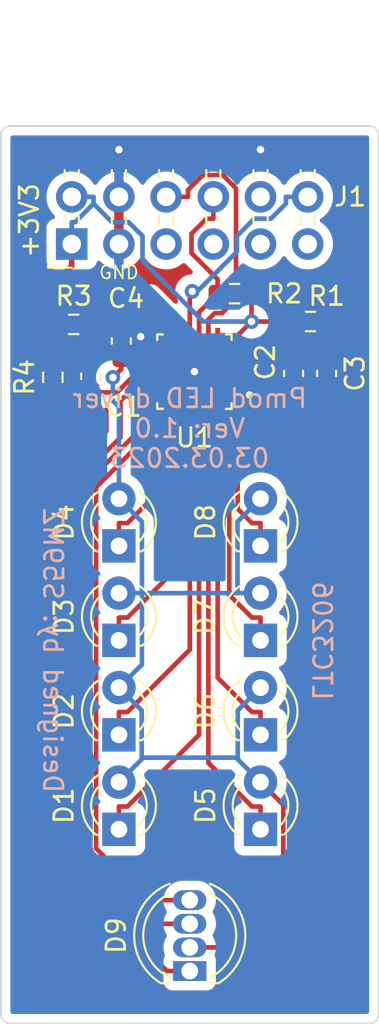
<source format=kicad_pcb>
(kicad_pcb (version 20211014) (generator pcbnew)
  (layers (0 "F.Cu" signal) (31 "B.Cu" signal) (34 "B.Paste" user) (35 "F.Paste" user) (36 "B.SilkS" user "B.Silkscreen") (37 "F.SilkS" user "F.Silkscreen") (38 "B.Mask" user) (39 "F.Mask" user) (44 "Edge.Cuts" user))
  (net 0 "")
  (net 1 "+3V3")
  (net 2 "GND")
  (net 3 "Net-(C2-Pad1)")
  (net 4 "Net-(C2-Pad2)")
  (net 5 "Net-(C3-Pad1)")
  (net 6 "Net-(C3-Pad2)")
  (net 7 "Net-(C4-Pad1)")
  (net 8 "Net-(D1-Pad1)")
  (net 9 "Net-(D2-Pad1)")
  (net 10 "Net-(D3-Pad1)")
  (net 11 "Net-(D4-Pad1)")
  (net 12 "Net-(D5-Pad1)")
  (net 13 "Net-(D6-Pad1)")
  (net 14 "Net-(D7-Pad1)")
  (net 15 "Net-(D8-Pad1)")
  (net 16 "Net-(D9-Pad1)")
  (net 17 "Net-(D9-Pad3)")
  (net 18 "Net-(D9-Pad4)")
  (net 22 "/scl")
  (net 24 "/sda")
  (net 26 "/enrgb")
  (net 27 "Net-(R3-Pad1)")
  (net 28 "Net-(R4-Pad1)")
  (footprint "Resistor_SMD:R_0603_1608Metric_Pad0.98x0.95mm_HandSolder" (layer "F.Cu") (at 94.1305 52.4245)
    (fp_text reference "R1" (at 0.8655 -1.3705) (layer "F.SilkS"))
    (fp_text value "10k")
    (fp_line (start -0.254724 -0.5225) (end 0.254724 -0.5225) (layer "F.SilkS") (width 0.12))
    (fp_line (start -0.254724 0.5225) (end 0.254724 0.5225) (layer "F.SilkS") (width 0.12))
    (pad "1" smd roundrect (at -0.9125 0) (size 0.975 0.95) (layers "F.Cu" "F.Paste" "F.Mask") (net 1 "+3V3"))
    (pad "2" smd roundrect (at 0.9125 0) (size 0.975 0.95) (layers "F.Cu" "F.Paste" "F.Mask") (net 24 "/sda"))
  )
  (footprint "Resistor_SMD:R_0603_1608Metric_Pad0.98x0.95mm_HandSolder" (layer "F.Cu") (at 80.264 55.425 -90)
    (fp_text reference "R4" (at 0 1.524 90) (layer "F.SilkS"))
    (fp_text value "12k")
    (fp_line (start -0.254724 0.5225) (end 0.254724 0.5225) (layer "F.SilkS") (width 0.12))
    (fp_line (start -0.254724 -0.5225) (end 0.254724 -0.5225) (layer "F.SilkS") (width 0.12))
    (pad "1" smd roundrect (at -0.9125 0 270) (size 0.975 0.95) (layers "F.Cu" "F.Paste" "F.Mask") (net 28 "Net-(R4-Pad1)"))
    (pad "2" smd roundrect (at 0.9125 0 270) (size 0.975 0.95) (layers "F.Cu" "F.Paste" "F.Mask") (net 2 "GND"))
  )
  (footprint "LED_THT:LED_D3.0mm" (layer "F.Cu") (at 91.44 79.73 90)
    (fp_text reference "D5" (at 1.27 -2.96 90) (layer "F.SilkS"))
    (fp_text value "LED")
    (fp_line (start -0.29 1.08) (end -0.29 1.236) (layer "F.SilkS") (width 0.12))
    (fp_line (start -0.29 -1.236) (end -0.29 -1.08) (layer "F.SilkS") (width 0.12))
    (fp_arc (start 0.229039 -1.08) (mid 1.270117 -1.5) (end 2.31113 -1.079837) (layer "F.SilkS") (width 0.12))
    (fp_arc (start -0.29 -1.235516) (mid 1.366487 -1.987659) (end 2.942335 -1.078608) (layer "F.SilkS") (width 0.12))
    (fp_arc (start 2.942335 1.078608) (mid 1.366487 1.987659) (end -0.29 1.235516) (layer "F.SilkS") (width 0.12))
    (fp_arc (start 2.31113 1.079837) (mid 1.270117 1.5) (end 0.229039 1.08) (layer "F.SilkS") (width 0.12))
    (pad "1" thru_hole rect (at 0 0 90) (size 1.8 1.8) (drill 0.9) (layers *.Cu *.Mask) (net 12 "Net-(D5-Pad1)"))
    (pad "2" thru_hole circle (at 2.54 0 90) (size 1.8 1.8) (drill 0.9) (layers *.Cu *.Mask) (net 7 "Net-(C4-Pad1)"))
  )
  (footprint "Capacitor_SMD:C_0603_1608Metric_Pad1.08x0.95mm_HandSolder" (layer "F.Cu") (at 82.296 55.372 90)
    (fp_text reference "C1" (at -1.651 1.778) (layer "F.SilkS"))
    (fp_text value "2u2")
    (fp_line (start -0.146267 -0.51) (end 0.146267 -0.51) (layer "F.SilkS") (width 0.12))
    (fp_line (start -0.146267 0.51) (end 0.146267 0.51) (layer "F.SilkS") (width 0.12))
    (pad "1" smd roundrect (at -0.8625 0 90) (size 1.075 0.95) (layers "F.Cu" "F.Paste" "F.Mask") (net 1 "+3V3"))
    (pad "2" smd roundrect (at 0.8625 0 90) (size 1.075 0.95) (layers "F.Cu" "F.Paste" "F.Mask") (net 2 "GND"))
  )
  (footprint "LED_THT:LED_D3.0mm_Clear" (layer "F.Cu") (at 83.82 64.49 90)
    (fp_text reference "D4" (at 1.27 -2.96 90) (layer "F.SilkS"))
    (fp_text value "LED")
    (fp_line (start -0.29 -1.236) (end -0.29 -1.08) (layer "F.SilkS") (width 0.12))
    (fp_line (start -0.29 1.08) (end -0.29 1.236) (layer "F.SilkS") (width 0.12))
    (fp_arc (start 0.229039 -1.08) (mid 1.270117 -1.5) (end 2.31113 -1.079837) (layer "F.SilkS") (width 0.12))
    (fp_arc (start 2.31113 1.079837) (mid 1.270117 1.5) (end 0.229039 1.08) (layer "F.SilkS") (width 0.12))
    (fp_arc (start -0.29 -1.235516) (mid 1.366487 -1.987659) (end 2.942335 -1.078608) (layer "F.SilkS") (width 0.12))
    (fp_arc (start 2.942335 1.078608) (mid 1.366487 1.987659) (end -0.29 1.235516) (layer "F.SilkS") (width 0.12))
    (pad "1" thru_hole rect (at 0 0 90) (size 1.8 1.8) (drill 0.9) (layers *.Cu *.Mask) (net 11 "Net-(D4-Pad1)"))
    (pad "2" thru_hole circle (at 2.54 0 90) (size 1.8 1.8) (drill 0.9) (layers *.Cu *.Mask) (net 7 "Net-(C4-Pad1)"))
  )
  (footprint "LED_THT:LED_D3.0mm_Clear" (layer "F.Cu") (at 83.82 69.57 90)
    (fp_text reference "D3" (at 1.27 -2.96 90) (layer "F.SilkS"))
    (fp_text value "LED")
    (fp_line (start -0.29 1.08) (end -0.29 1.236) (layer "F.SilkS") (width 0.12))
    (fp_line (start -0.29 -1.236) (end -0.29 -1.08) (layer "F.SilkS") (width 0.12))
    (fp_arc (start 0.229039 -1.08) (mid 1.270117 -1.5) (end 2.31113 -1.079837) (layer "F.SilkS") (width 0.12))
    (fp_arc (start 2.942335 1.078608) (mid 1.366487 1.987659) (end -0.29 1.235516) (layer "F.SilkS") (width 0.12))
    (fp_arc (start -0.29 -1.235516) (mid 1.366487 -1.987659) (end 2.942335 -1.078608) (layer "F.SilkS") (width 0.12))
    (fp_arc (start 2.31113 1.079837) (mid 1.270117 1.5) (end 0.229039 1.08) (layer "F.SilkS") (width 0.12))
    (pad "1" thru_hole rect (at 0 0 90) (size 1.8 1.8) (drill 0.9) (layers *.Cu *.Mask) (net 10 "Net-(D3-Pad1)"))
    (pad "2" thru_hole circle (at 2.54 0 90) (size 1.8 1.8) (drill 0.9) (layers *.Cu *.Mask) (net 7 "Net-(C4-Pad1)"))
  )
  (footprint "LED_THT:LED_D3.0mm" (layer "F.Cu") (at 91.44 74.65 90)
    (fp_text reference "D6" (at 1.27 -2.96 90) (layer "F.SilkS"))
    (fp_text value "LED")
    (fp_line (start -0.29 1.08) (end -0.29 1.236) (layer "F.SilkS") (width 0.12))
    (fp_line (start -0.29 -1.236) (end -0.29 -1.08) (layer "F.SilkS") (width 0.12))
    (fp_arc (start -0.29 -1.235516) (mid 1.366487 -1.987659) (end 2.942335 -1.078608) (layer "F.SilkS") (width 0.12))
    (fp_arc (start 0.229039 -1.08) (mid 1.270117 -1.5) (end 2.31113 -1.079837) (layer "F.SilkS") (width 0.12))
    (fp_arc (start 2.31113 1.079837) (mid 1.270117 1.5) (end 0.229039 1.08) (layer "F.SilkS") (width 0.12))
    (fp_arc (start 2.942335 1.078608) (mid 1.366487 1.987659) (end -0.29 1.235516) (layer "F.SilkS") (width 0.12))
    (pad "1" thru_hole rect (at 0 0 90) (size 1.8 1.8) (drill 0.9) (layers *.Cu *.Mask) (net 13 "Net-(D6-Pad1)"))
    (pad "2" thru_hole circle (at 2.54 0 90) (size 1.8 1.8) (drill 0.9) (layers *.Cu *.Mask) (net 7 "Net-(C4-Pad1)"))
  )
  (footprint "LED_THT:LED_D3.0mm_Clear" (layer "F.Cu") (at 83.82 74.65 90)
    (fp_text reference "D2" (at 1.27 -2.96 90) (layer "F.SilkS"))
    (fp_text value "LED")
    (fp_line (start -0.29 -1.236) (end -0.29 -1.08) (layer "F.SilkS") (width 0.12))
    (fp_line (start -0.29 1.08) (end -0.29 1.236) (layer "F.SilkS") (width 0.12))
    (fp_arc (start -0.29 -1.235516) (mid 1.366487 -1.987659) (end 2.942335 -1.078608) (layer "F.SilkS") (width 0.12))
    (fp_arc (start 0.229039 -1.08) (mid 1.270117 -1.5) (end 2.31113 -1.079837) (layer "F.SilkS") (width 0.12))
    (fp_arc (start 2.942335 1.078608) (mid 1.366487 1.987659) (end -0.29 1.235516) (layer "F.SilkS") (width 0.12))
    (fp_arc (start 2.31113 1.079837) (mid 1.270117 1.5) (end 0.229039 1.08) (layer "F.SilkS") (width 0.12))
    (pad "1" thru_hole rect (at 0 0 90) (size 1.8 1.8) (drill 0.9) (layers *.Cu *.Mask) (net 9 "Net-(D2-Pad1)"))
    (pad "2" thru_hole circle (at 2.54 0 90) (size 1.8 1.8) (drill 0.9) (layers *.Cu *.Mask) (net 7 "Net-(C4-Pad1)"))
  )
  (footprint "LED_THT:LED_D3.0mm_Clear" (layer "F.Cu") (at 83.82 79.73 90)
    (fp_text reference "D1" (at 1.27 -2.96 90) (layer "F.SilkS"))
    (fp_text value "LED")
    (fp_line (start -0.29 1.08) (end -0.29 1.236) (layer "F.SilkS") (width 0.12))
    (fp_line (start -0.29 -1.236) (end -0.29 -1.08) (layer "F.SilkS") (width 0.12))
    (fp_arc (start 2.31113 1.079837) (mid 1.270117 1.5) (end 0.229039 1.08) (layer "F.SilkS") (width 0.12))
    (fp_arc (start -0.29 -1.235516) (mid 1.366487 -1.987659) (end 2.942335 -1.078608) (layer "F.SilkS") (width 0.12))
    (fp_arc (start 2.942335 1.078608) (mid 1.366487 1.987659) (end -0.29 1.235516) (layer "F.SilkS") (width 0.12))
    (fp_arc (start 0.229039 -1.08) (mid 1.270117 -1.5) (end 2.31113 -1.079837) (layer "F.SilkS") (width 0.12))
    (pad "1" thru_hole rect (at 0 0 90) (size 1.8 1.8) (drill 0.9) (layers *.Cu *.Mask) (net 8 "Net-(D1-Pad1)"))
    (pad "2" thru_hole circle (at 2.54 0 90) (size 1.8 1.8) (drill 0.9) (layers *.Cu *.Mask) (net 7 "Net-(C4-Pad1)"))
  )
  (footprint "LED_THT:LED_D3.0mm" (layer "F.Cu") (at 91.44 69.57 90)
    (fp_text reference "D7" (at 1.27 -2.96 90) (layer "F.SilkS"))
    (fp_text value "LED")
    (fp_line (start -0.29 -1.236) (end -0.29 -1.08) (layer "F.SilkS") (width 0.12))
    (fp_line (start -0.29 1.08) (end -0.29 1.236) (layer "F.SilkS") (width 0.12))
    (fp_arc (start -0.29 -1.235516) (mid 1.366487 -1.987659) (end 2.942335 -1.078608) (layer "F.SilkS") (width 0.12))
    (fp_arc (start 2.942335 1.078608) (mid 1.366487 1.987659) (end -0.29 1.235516) (layer "F.SilkS") (width 0.12))
    (fp_arc (start 2.31113 1.079837) (mid 1.270117 1.5) (end 0.229039 1.08) (layer "F.SilkS") (width 0.12))
    (fp_arc (start 0.229039 -1.08) (mid 1.270117 -1.5) (end 2.31113 -1.079837) (layer "F.SilkS") (width 0.12))
    (pad "1" thru_hole rect (at 0 0 90) (size 1.8 1.8) (drill 0.9) (layers *.Cu *.Mask) (net 14 "Net-(D7-Pad1)"))
    (pad "2" thru_hole circle (at 2.54 0 90) (size 1.8 1.8) (drill 0.9) (layers *.Cu *.Mask) (net 7 "Net-(C4-Pad1)"))
  )
  (footprint "Components:QFN-24" (layer "F.Cu") (at 87.884 55.118 180)
    (fp_text reference "U1" (at 0 -3.556) (layer "F.SilkS"))
    (fp_text value "LTC3206")
    (fp_line (start -2 2) (end -1.7 2) (layer "F.SilkS") (width 0.127))
    (fp_line (start -2 -2) (end -1.7 -2) (layer "F.SilkS") (width 0.127))
    (fp_line (start -2 2) (end -2 1.7) (layer "F.SilkS") (width 0.127))
    (fp_line (start 2 2) (end 2 1.7) (layer "F.SilkS") (width 0.127))
    (fp_line (start -2 -2) (end -2 -1.7) (layer "F.SilkS") (width 0.127))
    (fp_line (start 2 2) (end 1.7 2) (layer "F.SilkS") (width 0.127))
    (fp_line (start 2 -2) (end 1.7 -2) (layer "F.SilkS") (width 0.127))
    (fp_line (start 2 -2) (end 2 -1.7) (layer "F.SilkS") (width 0.127))
    (fp_circle (center -2.96 -1.25) (end -2.86 -1.25) (layer "F.SilkS") (width 0.2) (fill none))
    (pad "1" smd roundrect (at -1.95 -1.25 180) (size 0.81 0.26) (layers "F.Cu" "F.Paste" "F.Mask") (roundrect_rratio 0.03) (net 14 "Net-(D7-Pad1)"))
    (pad "2" smd roundrect (at -1.95 -0.75 180) (size 0.81 0.26) (layers "F.Cu" "F.Paste" "F.Mask") (roundrect_rratio 0.03) (net 15 "Net-(D8-Pad1)"))
    (pad "3" smd roundrect (at -1.95 -0.25 180) (size 0.81 0.26) (layers "F.Cu" "F.Paste" "F.Mask") (roundrect_rratio 0.03) (net 5 "Net-(C3-Pad1)"))
    (pad "4" smd roundrect (at -1.95 0.25 180) (size 0.81 0.26) (layers "F.Cu" "F.Paste" "F.Mask") (roundrect_rratio 0.03) (net 3 "Net-(C2-Pad1)"))
    (pad "5" smd roundrect (at -1.95 0.75 180) (size 0.81 0.26) (layers "F.Cu" "F.Paste" "F.Mask") (roundrect_rratio 0.03) (net 4 "Net-(C2-Pad2)"))
    (pad "6" smd roundrect (at -1.95 1.25 180) (size 0.81 0.26) (layers "F.Cu" "F.Paste" "F.Mask") (roundrect_rratio 0.03) (net 6 "Net-(C3-Pad2)"))
    (pad "7" smd roundrect (at -1.25 1.95 270) (size 0.81 0.26) (layers "F.Cu" "F.Paste" "F.Mask") (roundrect_rratio 0.03) (net 1 "+3V3"))
    (pad "8" smd roundrect (at -0.75 1.95 270) (size 0.81 0.26) (layers "F.Cu" "F.Paste" "F.Mask") (roundrect_rratio 0.03) (net 24 "/sda"))
    (pad "9" smd roundrect (at -0.25 1.95 270) (size 0.81 0.26) (layers "F.Cu" "F.Paste" "F.Mask") (roundrect_rratio 0.03) (net 22 "/scl"))
    (pad "10" smd roundrect (at 0.25 1.95 270) (size 0.81 0.26) (layers "F.Cu" "F.Paste" "F.Mask") (roundrect_rratio 0.03) (net 26 "/enrgb"))
    (pad "11" smd roundrect (at 0.75 1.95 270) (size 0.81 0.26) (layers "F.Cu" "F.Paste" "F.Mask") (roundrect_rratio 0.03) (net 28 "Net-(R4-Pad1)"))
    (pad "12" smd roundrect (at 1.25 1.95 270) (size 0.81 0.26) (layers "F.Cu" "F.Paste" "F.Mask") (roundrect_rratio 0.03) (net 27 "Net-(R3-Pad1)"))
    (pad "13" smd roundrect (at 1.95 1.25 180) (size 0.81 0.26) (layers "F.Cu" "F.Paste" "F.Mask") (roundrect_rratio 0.03) (net 2 "GND"))
    (pad "14" smd roundrect (at 1.95 0.75 180) (size 0.81 0.26) (layers "F.Cu" "F.Paste" "F.Mask") (roundrect_rratio 0.03) (net 7 "Net-(C4-Pad1)"))
    (pad "15" smd roundrect (at 1.95 0.25 180) (size 0.81 0.26) (layers "F.Cu" "F.Paste" "F.Mask") (roundrect_rratio 0.03) (net 1 "+3V3"))
    (pad "16" smd roundrect (at 1.95 -0.25 180) (size 0.81 0.26) (layers "F.Cu" "F.Paste" "F.Mask") (roundrect_rratio 0.03) (net 16 "Net-(D9-Pad1)"))
    (pad "17" smd roundrect (at 1.95 -0.75 180) (size 0.81 0.26) (layers "F.Cu" "F.Paste" "F.Mask") (roundrect_rratio 0.03) (net 17 "Net-(D9-Pad3)"))
    (pad "18" smd roundrect (at 1.95 -1.25 180) (size 0.81 0.26) (layers "F.Cu" "F.Paste" "F.Mask") (roundrect_rratio 0.03) (net 18 "Net-(D9-Pad4)"))
    (pad "19" smd roundrect (at 1.25 -1.95 270) (size 0.81 0.26) (layers "F.Cu" "F.Paste" "F.Mask") (roundrect_rratio 0.03) (net 11 "Net-(D4-Pad1)"))
    (pad "20" smd roundrect (at 0.75 -1.95 270) (size 0.81 0.26) (layers "F.Cu" "F.Paste" "F.Mask") (roundrect_rratio 0.03) (net 10 "Net-(D3-Pad1)"))
    (pad "21" smd roundrect (at 0.25 -1.95 270) (size 0.81 0.26) (layers "F.Cu" "F.Paste" "F.Mask") (roundrect_rratio 0.03) (net 9 "Net-(D2-Pad1)"))
    (pad "22" smd roundrect (at -0.25 -1.95 270) (size 0.81 0.26) (layers "F.Cu" "F.Paste" "F.Mask") (roundrect_rratio 0.03) (net 8 "Net-(D1-Pad1)"))
    (pad "23" smd roundrect (at -0.75 -1.95 270) (size 0.81 0.26) (layers "F.Cu" "F.Paste" "F.Mask") (roundrect_rratio 0.03) (net 12 "Net-(D5-Pad1)"))
    (pad "24" smd roundrect (at -1.25 -1.95 270) (size 0.81 0.26) (layers "F.Cu" "F.Paste" "F.Mask") (roundrect_rratio 0.03) (net 13 "Net-(D6-Pad1)"))
    (pad "25" smd rect (at 0 0 180) (size 2.6 2.6) (layers "F.Cu" "F.Mask") (net 2 "GND"))
  )
  (footprint "LED_THT:LED_D3.0mm" (layer "F.Cu") (at 91.44 64.49 90)
    (fp_text reference "D8" (at 1.27 -2.96 90) (layer "F.SilkS"))
    (fp_text value "LED")
    (fp_line (start -0.29 -1.236) (end -0.29 -1.08) (layer "F.SilkS") (width 0.12))
    (fp_line (start -0.29 1.08) (end -0.29 1.236) (layer "F.SilkS") (width 0.12))
    (fp_arc (start 2.31113 1.079837) (mid 1.270117 1.5) (end 0.229039 1.08) (layer "F.SilkS") (width 0.12))
    (fp_arc (start -0.29 -1.235516) (mid 1.366487 -1.987659) (end 2.942335 -1.078608) (layer "F.SilkS") (width 0.12))
    (fp_arc (start 0.229039 -1.08) (mid 1.270117 -1.5) (end 2.31113 -1.079837) (layer "F.SilkS") (width 0.12))
    (fp_arc (start 2.942335 1.078608) (mid 1.366487 1.987659) (end -0.29 1.235516) (layer "F.SilkS") (width 0.12))
    (pad "1" thru_hole rect (at 0 0 90) (size 1.8 1.8) (drill 0.9) (layers *.Cu *.Mask) (net 15 "Net-(D8-Pad1)"))
    (pad "2" thru_hole circle (at 2.54 0 90) (size 1.8 1.8) (drill 0.9) (layers *.Cu *.Mask) (net 7 "Net-(C4-Pad1)"))
  )
  (footprint "Capacitor_SMD:C_0603_1608Metric_Pad1.08x0.95mm_HandSolder" (layer "F.Cu") (at 83.947 53.467 90)
    (fp_text reference "C4" (at 2.286 0.254) (layer "F.SilkS"))
    (fp_text value "2u2")
    (fp_line (start -0.146267 -0.51) (end 0.146267 -0.51) (layer "F.SilkS") (width 0.12))
    (fp_line (start -0.146267 0.51) (end 0.146267 0.51) (layer "F.SilkS") (width 0.12))
    (pad "1" smd roundrect (at -0.8625 0 90) (size 1.075 0.95) (layers "F.Cu" "F.Paste" "F.Mask") (net 7 "Net-(C4-Pad1)"))
    (pad "2" smd roundrect (at 0.8625 0 90) (size 1.075 0.95) (layers "F.Cu" "F.Paste" "F.Mask") (net 2 "GND"))
  )
  (footprint "LED_THT:LED_D5.0mm-4_RGB" (layer "F.Cu") (at 87.63 87.35 90)
    (fp_text reference "D9" (at 1.905 -3.96 90) (layer "F.SilkS"))
    (fp_text value "LED_RAGB")
    (fp_line (start -0.655 -1.545) (end -0.655 -1.08) (layer "F.SilkS") (width 0.12))
    (fp_line (start -0.655 1.08) (end -0.655 1.545) (layer "F.SilkS") (width 0.12))
    (fp_arc (start -0.655 -1.54483) (mid 2.163456 -2.978809) (end 4.692815 -1.080827) (layer "F.SilkS") (width 0.12))
    (fp_arc (start 4.159479 1.080429) (mid 1.904762 2.5) (end -0.349684 1.08) (layer "F.SilkS") (width 0.12))
    (fp_arc (start 4.692815 1.080827) (mid 2.163456 2.978808) (end -0.655 1.54483) (layer "F.SilkS") (width 0.12))
    (fp_arc (start -0.349684 -1.08) (mid 1.904762 -2.5) (end 4.159479 -1.080429) (layer "F.SilkS") (width 0.12))
    (pad "1" thru_hole rect (at 0 0 90) (size 1.07 1.8) (drill 0.9) (layers *.Cu *.Mask) (net 16 "Net-(D9-Pad1)"))
    (pad "2" thru_hole oval (at 1.27 0 90) (size 1.07 1.8) (drill 0.9) (layers *.Cu *.Mask) (net 7 "Net-(C4-Pad1)"))
    (pad "3" thru_hole oval (at 2.54 0 90) (size 1.07 1.8) (drill 0.9) (layers *.Cu *.Mask) (net 17 "Net-(D9-Pad3)"))
    (pad "4" thru_hole oval (at 3.81 0 90) (size 1.07 1.8) (drill 0.9) (layers *.Cu *.Mask) (net 18 "Net-(D9-Pad4)"))
  )
  (footprint "Resistor_SMD:R_0603_1608Metric_Pad0.98x0.95mm_HandSolder" (layer "F.Cu") (at 81.3835 52.578 180)
    (fp_text reference "R3" (at 0 1.524) (layer "F.SilkS"))
    (fp_text value "12k")
    (fp_line (start -0.254724 0.5225) (end 0.254724 0.5225) (layer "F.SilkS") (width 0.12))
    (fp_line (start -0.254724 -0.5225) (end 0.254724 -0.5225) (layer "F.SilkS") (width 0.12))
    (pad "1" smd roundrect (at -0.9125 0 180) (size 0.975 0.95) (layers "F.Cu" "F.Paste" "F.Mask") (net 27 "Net-(R3-Pad1)"))
    (pad "2" smd roundrect (at 0.9125 0 180) (size 0.975 0.95) (layers "F.Cu" "F.Paste" "F.Mask") (net 2 "GND"))
  )
  (footprint "Resistor_SMD:R_0603_1608Metric_Pad0.98x0.95mm_HandSolder" (layer "F.Cu") (at 90.043 50.927 180)
    (fp_text reference "R2" (at -2.667 0) (layer "F.SilkS"))
    (fp_text value "10k")
    (fp_line (start -0.254724 0.5225) (end 0.254724 0.5225) (layer "F.SilkS") (width 0.12))
    (fp_line (start -0.254724 -0.5225) (end 0.254724 -0.5225) (layer "F.SilkS") (width 0.12))
    (pad "1" smd roundrect (at -0.9125 0 180) (size 0.975 0.95) (layers "F.Cu" "F.Paste" "F.Mask") (net 1 "+3V3"))
    (pad "2" smd roundrect (at 0.9125 0 180) (size 0.975 0.95) (layers "F.Cu" "F.Paste" "F.Mask") (net 22 "/scl"))
  )
  (footprint "Capacitor_SMD:C_0603_1608Metric_Pad1.08x0.95mm_HandSolder" (layer "F.Cu") (at 94.996 55.2185 90)
    (fp_text reference "C3" (at 0 1.524 90) (layer "F.SilkS"))
    (fp_text value "2u2")
    (fp_line (start -0.146267 -0.51) (end 0.146267 -0.51) (layer "F.SilkS") (width 0.12))
    (fp_line (start -0.146267 0.51) (end 0.146267 0.51) (layer "F.SilkS") (width 0.12))
    (pad "1" smd roundrect (at -0.8625 0 90) (size 1.075 0.95) (layers "F.Cu" "F.Paste" "F.Mask") (net 5 "Net-(C3-Pad1)"))
    (pad "2" smd roundrect (at 0.8625 0 90) (size 1.075 0.95) (layers "F.Cu" "F.Paste" "F.Mask") (net 6 "Net-(C3-Pad2)"))
  )
  (footprint "Capacitor_SMD:C_0603_1608Metric_Pad1.08x0.95mm_HandSolder" (layer "F.Cu") (at 93.218 55.2185 90)
    (fp_text reference "C2" (at 0.6085 -1.524 90) (layer "F.SilkS"))
    (fp_text value "2u2")
    (fp_line (start -0.146267 -0.51) (end 0.146267 -0.51) (layer "F.SilkS") (width 0.12))
    (fp_line (start -0.146267 0.51) (end 0.146267 0.51) (layer "F.SilkS") (width 0.12))
    (pad "1" smd roundrect (at -0.8625 0 90) (size 1.075 0.95) (layers "F.Cu" "F.Paste" "F.Mask") (net 3 "Net-(C2-Pad1)"))
    (pad "2" smd roundrect (at 0.8625 0 90) (size 1.075 0.95) (layers "F.Cu" "F.Paste" "F.Mask") (net 4 "Net-(C2-Pad2)"))
  )
  (footprint "Components:PinHeader_2x06_P2.54mm_Horizontal" (layer "F.Cu") (at 81.28 48.26 90)
    (fp_text reference "J1" (at 2.54 14.986) (layer "F.SilkS"))
    (fp_text value "pmod")
    (fp_line (start 1.11 -0.38) (end 1.497071 -0.38) (layer "F.SilkS") (width 0.12))
    (fp_line (start 1.042929 2.16) (end 1.497071 2.16) (layer "F.SilkS") (width 0.12))
    (fp_line (start 3.582929 -0.38) (end 3.98 -0.38) (layer "F.SilkS") (width 0.12))
    (fp_line (start 3.582929 13.08) (end 3.98 13.08) (layer "F.SilkS") (width 0.12))
    (fp_line (start 1.042929 2.92) (end 1.497071 2.92) (layer "F.SilkS") (width 0.12))
    (fp_line (start 1.042929 7.24) (end 1.497071 7.24) (layer "F.SilkS") (width 0.12))
    (fp_line (start 3.582929 9.78) (end 3.98 9.78) (layer "F.SilkS") (width 0.12))
    (fp_line (start 1.11 0.38) (end 1.497071 0.38) (layer "F.SilkS") (width 0.12))
    (fp_line (start 1.042929 10.54) (end 1.497071 10.54) (layer "F.SilkS") (width 0.12))
    (fp_line (start 3.582929 5.46) (end 3.98 5.46) (layer "F.SilkS") (width 0.12))
    (fp_line (start 1.042929 8) (end 1.497071 8) (layer "F.SilkS") (width 0.12))
    (fp_line (start 3.582929 10.54) (end 3.98 10.54) (layer "F.SilkS") (width 0.12))
    (fp_line (start 1.042929 9.78) (end 1.497071 9.78) (layer "F.SilkS") (width 0.12))
    (fp_line (start 1.042929 13.08) (end 1.497071 13.08) (layer "F.SilkS") (width 0.12))
    (fp_line (start 3.582929 2.92) (end 3.98 2.92) (layer "F.SilkS") (width 0.12))
    (fp_line (start -1.27 0) (end -1.27 -1.27) (layer "F.SilkS") (width 0.12))
    (fp_line (start 3.582929 4.7) (end 3.98 4.7) (layer "F.SilkS") (width 0.12))
    (fp_line (start 1.042929 5.46) (end 1.497071 5.46) (layer "F.SilkS") (width 0.12))
    (fp_line (start 3.582929 7.24) (end 3.98 7.24) (layer "F.SilkS") (width 0.12))
    (fp_line (start 3.582929 8) (end 3.98 8) (layer "F.SilkS") (width 0.12))
    (fp_line (start 1.042929 12.32) (end 1.497071 12.32) (layer "F.SilkS") (width 0.12))
    (fp_line (start 3.582929 12.32) (end 3.98 12.32) (layer "F.SilkS") (width 0.12))
    (fp_line (start 1.042929 4.7) (end 1.497071 4.7) (layer "F.SilkS") (width 0.12))
    (fp_line (start -1.27 -1.27) (end 0 -1.27) (layer "F.SilkS") (width 0.12))
    (fp_line (start 3.582929 2.16) (end 3.98 2.16) (layer "F.SilkS") (width 0.12))
    (fp_line (start 3.582929 0.38) (end 3.98 0.38) (layer "F.SilkS") (width 0.12))
    (pad "1" thru_hole rect (at 0 0 90) (size 1.7 1.7) (drill 1) (layers *.Cu *.Mask) (net 1 "+3V3"))
    (pad "2" thru_hole oval (at 2.54 0 90) (size 1.7 1.7) (drill 1) (layers *.Cu *.Mask) (net 1 "+3V3"))
    (pad "3" thru_hole oval (at 0 2.54 90) (size 1.7 1.7) (drill 1) (layers *.Cu *.Mask) (net 2 "GND"))
    (pad "4" thru_hole oval (at 2.54 2.54 90) (size 1.7 1.7) (drill 1) (layers *.Cu *.Mask) (net 2 "GND"))
    (pad "5" thru_hole oval (at 0 5.08 90) (size 1.7 1.7) (drill 1) (layers *.Cu *.Mask))
    (pad "6" thru_hole oval (at 2.54 5.08 90) (size 1.7 1.7) (drill 1) (layers *.Cu *.Mask) (net 24 "/sda"))
    (pad "7" thru_hole oval (at 0 7.62 90) (size 1.7 1.7) (drill 1) (layers *.Cu *.Mask))
    (pad "8" thru_hole oval (at 2.54 7.62 90) (size 1.7 1.7) (drill 1) (layers *.Cu *.Mask) (net 22 "/scl"))
    (pad "9" thru_hole oval (at 0 10.16 90) (size 1.7 1.7) (drill 1) (layers *.Cu *.Mask))
    (pad "10" thru_hole oval (at 2.54 10.16 90) (size 1.7 1.7) (drill 1) (layers *.Cu *.Mask))
    (pad "11" thru_hole oval (at 0 12.7 90) (size 1.7 1.7) (drill 1) (layers *.Cu *.Mask))
    (pad "12" thru_hole oval (at 2.54 12.7 90) (size 1.7 1.7) (drill 1) (layers *.Cu *.Mask) (net 26 "/enrgb"))
  )
  (gr_line (start 77.978 41.91) (end 97.282 41.91) (layer "Edge.Cuts") (width 0.1))
  (gr_line (start 97.79 89.662) (end 97.79 42.418) (layer "Edge.Cuts") (width 0.1))
  (gr_arc (start 97.282 41.91) (mid 97.64121 42.05879) (end 97.79 42.418) (layer "Edge.Cuts") (width 0.1))
  (gr_arc (start 97.79 89.662) (mid 97.64121 90.02121) (end 97.282 90.17) (layer "Edge.Cuts") (width 0.1))
  (gr_arc (start 77.47 42.418) (mid 77.61879 42.05879) (end 77.978 41.91) (layer "Edge.Cuts") (width 0.1))
  (gr_line (start 97.282 90.17) (end 77.978 90.17) (layer "Edge.Cuts") (width 0.1))
  (gr_line (start 77.47 42.418) (end 77.47 89.662) (layer "Edge.Cuts") (width 0.1))
  (gr_arc (start 77.978 90.17) (mid 77.61879 90.02121) (end 77.47 89.662) (layer "Edge.Cuts") (width 0.1))
  (gr_text "Designed by: S59MZ" (at 80.264 70.104 -90) (layer "B.SilkS") (effects (font (size 1 1)) (justify mirror)))
  (gr_text "Pmod LED driver\nVer: 1.0\n03.03.2023" (at 87.63 58.166) (layer "B.SilkS") (effects (font (size 1 1)) (justify mirror)))
  (gr_text "LTC3206" (at 94.742 69.596 -90) (layer "B.SilkS") (effects (font (size 1 1)) (justify mirror)))
  (gr_text "+3V3" (at 78.994 46.99 90) (layer "F.SilkS") (effects (font (size 1 1))))
  (gr_text "GND" (at 83.82 49.784) (layer "F.SilkS") (effects (font (size 0.7 0.7) (thickness 0.1))))
  (segment (start 85.934 54.868) (end 85.0834 54.868) (width 0.25) (layer "F.Cu") (net 1))
  (segment (start 81.28 49.4353) (end 78.9781 51.7372) (width 0.3) (layer "F.Cu") (net 1))
  (segment (start 78.9781 51.7372) (end 78.9781 56.36995) (width 0.3) (layer "F.Cu") (net 1))
  (segment (start 89.134 53.168) (end 90.215 53.168) (width 0.25) (layer "F.Cu") (net 1))
  (segment (start 81.3555 57.175) (end 82.296 56.2345) (width 0.3) (layer "F.Cu") (net 1))
  (segment (start 90.9574 50.9289) (end 90.9555 50.927) (width 0.25) (layer "F.Cu") (net 1))
  (segment (start 85.0834 54.868) (end 83.7169 56.2345) (width 0.25) (layer "F.Cu") (net 1))
  (segment (start 83.7169 56.2345) (end 82.296 56.2345) (width 0.25) (layer "F.Cu") (net 1))
  (segment (start 93.2169 52.4256) (end 93.218 52.4245) (width 0.25) (layer "F.Cu") (net 1))
  (segment (start 79.78315 57.175) (end 81.3555 57.175) (width 0.3) (layer "F.Cu") (net 1))
  (segment (start 81.28 48.26) (end 81.28 49.4353) (width 0.3) (layer "F.Cu") (net 1))
  (segment (start 78.9781 56.36995) (end 79.78315 57.175) (width 0.3) (layer "F.Cu") (net 1))
  (segment (start 90.9574 52.4256) (end 93.2169 52.4256) (width 0.25) (layer "F.Cu") (net 1))
  (segment (start 90.9574 52.4256) (end 90.9574 50.9289) (width 0.25) (layer "F.Cu") (net 1))
  (segment (start 90.215 53.168) (end 90.9574 52.4256) (width 0.25) (layer "F.Cu") (net 1))
  (via (at 90.9574 52.4256) (size 0.8) (drill 0.4) (layers "F.Cu" "B.Cu") (net 1))
  (segment (start 82.4553 46.0874) (end 81.458 47.0847) (width 0.25) (layer "B.Cu") (net 1))
  (segment (start 90.9574 52.4256) (end 88.3597 52.4256) (width 0.25) (layer "B.Cu") (net 1))
  (segment (start 81.28 48.26) (end 81.28 47.0847) (width 0.25) (layer "B.Cu") (net 1))
  (segment (start 88.3597 52.4256) (end 85.09 49.1559) (width 0.25) (layer "B.Cu") (net 1))
  (segment (start 85.09 47.829) (end 84.3456 47.0846) (width 0.25) (layer "B.Cu") (net 1))
  (segment (start 81.28 45.72) (end 82.4553 45.72) (width 0.25) (layer "B.Cu") (net 1))
  (segment (start 82.4553 45.72) (end 82.4553 46.0874) (width 0.25) (layer "B.Cu") (net 1))
  (segment (start 81.458 47.0847) (end 81.28 47.0847) (width 0.25) (layer "B.Cu") (net 1))
  (segment (start 84.3456 47.0846) (end 83.4525 47.0846) (width 0.25) (layer "B.Cu") (net 1))
  (segment (start 85.09 49.1559) (end 85.09 47.829) (width 0.25) (layer "B.Cu") (net 1))
  (segment (start 83.4525 47.0846) (end 82.4553 46.0874) (width 0.25) (layer "B.Cu") (net 1))
  (segment (start 86.6787 53.9127) (end 87.884 55.118) (width 0.25) (layer "F.Cu") (net 2))
  (segment (start 79.4531 55.5266) (end 80.264 56.3375) (width 0.25) (layer "F.Cu") (net 2))
  (segment (start 85.934 53.868) (end 85.934 53.295) (width 0.25) (layer "F.Cu") (net 2))
  (segment (start 83.82 45.72) (end 83.82 48.26) (width 0.25) (layer "F.Cu") (net 2))
  (segment (start 82.296 54.2555) (end 83.947 52.6045) (width 0.25) (layer "F.Cu") (net 2))
  (segment (start 83.82 48.26) (end 83.82 50.038) (width 0.25) (layer "F.Cu") (net 2))
  (segment (start 80.471 51.609) (end 80.471 52.578) (width 0.25) (layer "F.Cu") (net 2))
  (segment (start 85.934 53.295) (end 85.217 52.578) (width 0.25) (layer "F.Cu") (net 2))
  (segment (start 85.9787 53.9127) (end 86.6787 53.9127) (width 0.25) (layer "F.Cu") (net 2))
  (segment (start 79.4531 53.5959) (end 79.4531 55.5266) (width 0.25) (layer "F.Cu") (net 2))
  (segment (start 81.026 51.054) (end 80.471 51.609) (width 0.25) (layer "F.Cu") (net 2))
  (segment (start 82.296 54.5095) (end 82.296 54.2555) (width 0.25) (layer "F.Cu") (net 2))
  (segment (start 80.471 52.578) (end 79.4531 53.5959) (width 0.25) (layer "F.Cu") (net 2))
  (segment (start 85.217 52.578) (end 83.9735 52.578) (width 0.25) (layer "F.Cu") (net 2))
  (segment (start 85.934 53.868) (end 85.9787 53.9127) (width 0.25) (layer "F.Cu") (net 2))
  (segment (start 81.534 50.546) (end 81.026 51.054) (width 0.25) (layer "F.Cu") (net 2))
  (segment (start 80.264 56.3375) (end 80.468 56.3375) (width 0.25) (layer "F.Cu") (net 2))
  (segment (start 80.468 56.3375) (end 82.296 54.5095) (width 0.25) (layer "F.Cu") (net 2))
  (segment (start 83.312 50.546) (end 81.534 50.546) (width 0.25) (layer "F.Cu") (net 2))
  (segment (start 83.82 50.038) (end 83.312 50.546) (width 0.25) (layer "F.Cu") (net 2))
  (segment (start 83.9735 52.578) (end 83.947 52.6045) (width 0.25) (layer "F.Cu") (net 2))
  (via (at 87.884 55.118) (size 0.8) (drill 0.4) (layers "F.Cu" "B.Cu") (net 2))
  (via (at 83.82 43.18) (size 0.8) (drill 0.4) (layers "F.Cu" "B.Cu") (net 2))
  (via (at 84.9884 53.2384) (size 0.8) (drill 0.4) (layers "F.Cu" "B.Cu") (net 2))
  (via (at 91.44 43.18) (size 0.8) (drill 0.4) (layers "F.Cu" "B.Cu") (net 2))
  (segment (start 92.005 54.868) (end 89.834 54.868) (width 0.25) (layer "F.Cu") (net 3))
  (segment (start 93.218 56.081) (end 92.005 54.868) (width 0.25) (layer "F.Cu") (net 3))
  (segment (start 89.846 54.356) (end 89.834 54.368) (width 0.25) (layer "F.Cu") (net 4))
  (segment (start 93.218 54.356) (end 89.846 54.356) (width 0.25) (layer "F.Cu") (net 4))
  (segment (start 94.996 56.081) (end 94.095 56.982) (width 0.25) (layer "F.Cu") (net 5))
  (segment (start 92.7639 56.982) (end 91.1499 55.368) (width 0.25) (layer "F.Cu") (net 5))
  (segment (start 94.095 56.982) (end 92.7639 56.982) (width 0.25) (layer "F.Cu") (net 5))
  (segment (start 91.1499 55.368) (end 89.834 55.368) (width 0.25) (layer "F.Cu") (net 5))
  (segment (start 91.928 53.868) (end 89.834 53.868) (width 0.25) (layer "F.Cu") (net 6))
  (segment (start 92.3051 53.4909) (end 91.928 53.868) (width 0.25) (layer "F.Cu") (net 6))
  (segment (start 94.996 54.356) (end 94.1309 53.4909) (width 0.25) (layer "F.Cu") (net 6))
  (segment (start 94.1309 53.4909) (end 92.3051 53.4909) (width 0.25) (layer "F.Cu") (net 6))
  (segment (start 92.6654 78.4154) (end 92.6654 84.3206) (width 0.25) (layer "F.Cu") (net 7))
  (segment (start 87.63 86.08) (end 90.906 86.08) (width 0.25) (layer "F.Cu") (net 7))
  (segment (start 83.9855 54.368) (end 83.947 54.3295) (width 0.25) (layer "F.Cu") (net 7))
  (segment (start 92.6654 78.4154) (end 91.44 77.19) (width 0.25) (layer "F.Cu") (net 7))
  (segment (start 83.947 54.3295) (end 83.947 54.9798) (width 0.25) (layer "F.Cu") (net 7))
  (segment (start 85.934 54.368) (end 83.9855 54.368) (width 0.25) (layer "F.Cu") (net 7))
  (segment (start 92.6654 84.3206) (end 90.906 86.08) (width 0.25) (layer "F.Cu") (net 7))
  (segment (start 83.947 54.9798) (end 83.4969 55.4299) (width 0.25) (layer "F.Cu") (net 7))
  (via (at 83.4969 55.4299) (size 0.8) (drill 0.4) (layers "F.Cu" "B.Cu") (net 7))
  (segment (start 83.82 61.95) (end 83.82 57.023) (width 0.25) (layer "B.Cu") (net 7))
  (segment (start 90.2146 75.9646) (end 90.2146 75.8754) (width 0.25) (layer "B.Cu") (net 7))
  (segment (start 90.1999 63.1901) (end 90.1999 67.03) (width 0.25) (layer "B.Cu") (net 7))
  (segment (start 85.0454 75.8754) (end 85.0454 75.9646) (width 0.25) (layer "B.Cu") (net 7))
  (segment (start 85.0454 75.9646) (end 83.82 77.19) (width 0.25) (layer "B.Cu") (net 7))
  (segment (start 85.0454 75.8754) (end 90.2146 75.8754) (width 0.25) (layer "B.Cu") (net 7))
  (segment (start 91.44 77.19) (end 90.2146 75.9646) (width 0.25) (layer "B.Cu") (net 7))
  (segment (start 83.82 57.023) (end 83.4969 56.6999) (width 0.25) (layer "B.Cu") (net 7))
  (segment (start 85.0589 70.8711) (end 83.82 72.11) (width 0.25) (layer "B.Cu") (net 7))
  (segment (start 90.1999 67.03) (end 91.44 67.03) (width 0.25) (layer "B.Cu") (net 7))
  (segment (start 85.0454 73.3354) (end 85.0454 75.8754) (width 0.25) (layer "B.Cu") (net 7))
  (segment (start 85.0589 67.03) (end 85.0589 70.8711) (width 0.25) (layer "B.Cu") (net 7))
  (segment (start 90.2146 75.8754) (end 90.2146 73.3354) (width 0.25) (layer "B.Cu") (net 7))
  (segment (start 90.1999 67.03) (end 85.0589 67.03) (width 0.25) (layer "B.Cu") (net 7))
  (segment (start 83.4969 56.6999) (end 83.4969 55.4299) (width 0.25) (layer "B.Cu") (net 7))
  (segment (start 85.0589 67.03) (end 83.82 67.03) (width 0.25) (layer "B.Cu") (net 7))
  (segment (start 91.44 61.95) (end 90.1999 63.1901) (width 0.25) (layer "B.Cu") (net 7))
  (segment (start 90.2146 73.3354) (end 91.44 72.11) (width 0.25) (layer "B.Cu") (net 7))
  (segment (start 85.0589 63.1889) (end 83.82 61.95) (width 0.25) (layer "B.Cu") (net 7))
  (segment (start 83.82 72.11) (end 85.0454 73.3354) (width 0.25) (layer "B.Cu") (net 7))
  (segment (start 85.0589 67.03) (end 85.0589 63.1889) (width 0.25) (layer "B.Cu") (net 7))
  (segment (start 88.134 74.6502) (end 84.2795 78.5047) (width 0.25) (layer "F.Cu") (net 8))
  (segment (start 84.2795 78.5047) (end 83.82 78.5047) (width 0.25) (layer "F.Cu") (net 8))
  (segment (start 88.134 57.068) (end 88.134 74.6502) (width 0.25) (layer "F.Cu") (net 8))
  (segment (start 83.82 79.73) (end 83.82 78.5047) (width 0.25) (layer "F.Cu") (net 8))
  (segment (start 87.634 70.0702) (end 84.2795 73.4247) (width 0.25) (layer "F.Cu") (net 9))
  (segment (start 83.82 74.65) (end 83.82 73.4247) (width 0.25) (layer "F.Cu") (net 9))
  (segment (start 84.2795 73.4247) (end 83.82 73.4247) (width 0.25) (layer "F.Cu") (net 9))
  (segment (start 87.634 57.068) (end 87.634 70.0702) (width 0.25) (layer "F.Cu") (net 9))
  (segment (start 87.134 57.068) (end 87.134 65.4902) (width 0.25) (layer "F.Cu") (net 10))
  (segment (start 84.2795 68.3447) (end 83.82 68.3447) (width 0.25) (layer "F.Cu") (net 10))
  (segment (start 83.82 69.57) (end 83.82 68.3447) (width 0.25) (layer "F.Cu") (net 10))
  (segment (start 87.134 65.4902) (end 84.2795 68.3447) (width 0.25) (layer "F.Cu") (net 10))
  (segment (start 83.82 64.49) (end 83.82 63.2647) (width 0.25) (layer "F.Cu") (net 11))
  (segment (start 84.2795 63.2647) (end 83.82 63.2647) (width 0.25) (layer "F.Cu") (net 11))
  (segment (start 86.634 57.068) (end 86.634 60.9102) (width 0.25) (layer "F.Cu") (net 11))
  (segment (start 86.634 60.9102) (end 84.2795 63.2647) (width 0.25) (layer "F.Cu") (net 11))
  (segment (start 88.634 76.1582) (end 90.9805 78.5047) (width 0.25) (layer "F.Cu") (net 12))
  (segment (start 88.634 57.068) (end 88.634 76.1582) (width 0.25) (layer "F.Cu") (net 12))
  (segment (start 91.44 79.73) (end 91.44 78.5047) (width 0.25) (layer "F.Cu") (net 12))
  (segment (start 90.9805 78.5047) (end 91.44 78.5047) (width 0.25) (layer "F.Cu") (net 12))
  (segment (start 89.134 57.068) (end 89.134 71.5782) (width 0.25) (layer "F.Cu") (net 13))
  (segment (start 91.44 74.65) (end 91.44 73.4247) (width 0.25) (layer "F.Cu") (net 13))
  (segment (start 89.134 71.5782) (end 90.9805 73.4247) (width 0.25) (layer "F.Cu") (net 13))
  (segment (start 90.9805 73.4247) (end 91.44 73.4247) (width 0.25) (layer "F.Cu") (net 13))
  (segment (start 90.9805 68.3447) (end 89.7587 67.1229) (width 0.25) (layer "F.Cu") (net 14))
  (segment (start 89.7587 67.1229) (end 89.7587 56.4433) (width 0.25) (layer "F.Cu") (net 14))
  (segment (start 89.7587 56.4433) (end 89.834 56.368) (width 0.25) (layer "F.Cu") (net 14))
  (segment (start 91.44 68.3447) (end 90.9805 68.3447) (width 0.25) (layer "F.Cu") (net 14))
  (segment (start 91.44 69.57) (end 91.44 68.3447) (width 0.25) (layer "F.Cu") (net 14))
  (segment (start 91.44 64.49) (end 91.44 63.2647) (width 0.25) (layer "F.Cu") (net 15))
  (segment (start 90.9805 63.2647) (end 90.2091 62.4933) (width 0.25) (layer "F.Cu") (net 15))
  (segment (start 90.5728 56.1161) (end 90.3247 55.868) (width 0.25) (layer "F.Cu") (net 15))
  (segment (start 90.3247 55.868) (end 89.834 55.868) (width 0.25) (layer "F.Cu") (net 15))
  (segment (start 90.2091 62.4933) (end 90.2091 57.1583) (width 0.25) (layer "F.Cu") (net 15))
  (segment (start 91.44 63.2647) (end 90.9805 63.2647) (width 0.25) (layer "F.Cu") (net 15))
  (segment (start 90.2091 57.1583) (end 90.5728 56.7946) (width 0.25) (layer "F.Cu") (net 15))
  (segment (start 90.5728 56.7946) (end 90.5728 56.1161) (width 0.25) (layer "F.Cu") (net 15))
  (segment (start 83.9012 56.6873) (end 85.2205 55.368) (width 0.25) (layer "F.Cu") (net 16))
  (segment (start 87.63 87.35) (end 86.4047 87.35) (width 0.25) (layer "F.Cu") (net 16))
  (segment (start 83.9012 58.6594) (end 83.9012 56.6873) (width 0.25) (layer "F.Cu") (net 16))
  (segment (start 81.692 60.8686) (end 83.9012 58.6594) (width 0.25) (layer "F.Cu") (net 16))
  (segment (start 81.692 82.6373) (end 81.692 60.8686) (width 0.25) (layer "F.Cu") (net 16))
  (segment (start 86.4047 87.35) (end 81.692 82.6373) (width 0.25) (layer "F.Cu") (net 16))
  (segment (start 85.2205 55.368) (end 85.934 55.368) (width 0.25) (layer "F.Cu") (net 16))
  (segment (start 82.1423 61.0552) (end 84.9293 58.2682) (width 0.25) (layer "F.Cu") (net 17))
  (segment (start 85.4136 55.868) (end 85.934 55.868) (width 0.25) (layer "F.Cu") (net 17))
  (segment (start 86.4047 84.81) (end 85.927 84.81) (width 0.25) (layer "F.Cu") (net 17))
  (segment (start 85.927 84.81) (end 82.1423 81.0253) (width 0.25) (layer "F.Cu") (net 17))
  (segment (start 82.1423 81.0253) (end 82.1423 61.0552) (width 0.25) (layer "F.Cu") (net 17))
  (segment (start 84.9293 56.3523) (end 85.4136 55.868) (width 0.25) (layer "F.Cu") (net 17))
  (segment (start 87.63 84.81) (end 86.4047 84.81) (width 0.25) (layer "F.Cu") (net 17))
  (segment (start 84.9293 58.2682) (end 84.9293 56.3523) (width 0.25) (layer "F.Cu") (net 17))
  (segment (start 82.5926 80.764) (end 82.5926 61.3349) (width 0.25) (layer "F.Cu") (net 18))
  (segment (start 85.3686 83.54) (end 82.5926 80.764) (width 0.25) (layer "F.Cu") (net 18))
  (segment (start 85.934 57.9935) (end 85.934 56.368) (width 0.25) (layer "F.Cu") (net 18))
  (segment (start 86.4047 83.54) (end 85.3686 83.54) (width 0.25) (layer "F.Cu") (net 18))
  (segment (start 82.5926 61.3349) (end 85.934 57.9935) (width 0.25) (layer "F.Cu") (net 18))
  (segment (start 87.63 83.54) (end 86.4047 83.54) (width 0.25) (layer "F.Cu") (net 18))
  (segment (start 88.134 51.9235) (end 88.134 53.168) (width 0.25) (layer "F.Cu") (net 22))
  (segment (start 88.5327 46.8953) (end 87.7188 47.7092) (width 0.25) (layer "F.Cu") (net 22))
  (segment (start 89.1305 50.152201) (end 87.725 48.746701) (width 0.25) (layer "F.Cu") (net 22))
  (segment (start 89.1305 50.927) (end 88.134 51.9235) (width 0.25) (layer "F.Cu") (net 22))
  (segment (start 87.725 48.746701) (end 87.725 47.703) (width 0.25) (layer "F.Cu") (net 22))
  (segment (start 88.9 46.8953) (end 88.5327 46.8953) (width 0.25) (layer "F.Cu") (net 22))
  (segment (start 89.1305 50.927) (end 89.1305 50.152201) (width 0.25) (layer "F.Cu") (net 22))
  (segment (start 88.9 45.72) (end 88.9 46.8953) (width 0.25) (layer "F.Cu") (net 22))
  (segment (start 87.5353 45.3526) (end 87.5353 45.72) (width 0.25) (layer "F.Cu") (net 24))
  (segment (start 91.398495 50.087) (end 90.121 50.087) (width 0.25) (layer "F.Cu") (net 24))
  (segment (start 89.372095 51.9684) (end 90.121 51.219495) (width 0.25) (layer "F.Cu") (net 24))
  (segment (start 91.768 50.456505) (end 91.398495 50.087) (width 0.25) (layer "F.Cu") (net 24))
  (segment (start 88.9762 51.9684) (end 89.372095 51.9684) (width 0.25) (layer "F.Cu") (net 24))
  (segment (start 88.634 52.3106) (end 88.9762 51.9684) (width 0.25) (layer "F.Cu") (net 24))
  (segment (start 92.2645 51.6245) (end 91.768 51.128) (width 0.25) (layer "F.Cu") (net 24))
  (segment (start 94.243 51.6245) (end 92.2645 51.6245) (width 0.25) (layer "F.Cu") (net 24))
  (segment (start 90.121 49.833) (end 90.121 45.2604) (width 0.25) (layer "F.Cu") (net 24))
  (segment (start 90.121 45.2604) (end 89.4053 44.5447) (width 0.25) (layer "F.Cu") (net 24))
  (segment (start 95.043 52.4245) (end 94.243 51.6245) (width 0.25) (layer "F.Cu") (net 24))
  (segment (start 91.768 51.128) (end 91.768 50.456505) (width 0.25) (layer "F.Cu") (net 24))
  (segment (start 89.4053 44.5447) (end 88.3432 44.5447) (width 0.25) (layer "F.Cu") (net 24))
  (segment (start 88.634 53.168) (end 88.634 52.3106) (width 0.25) (layer "F.Cu") (net 24))
  (segment (start 88.3432 44.5447) (end 87.5353 45.3526) (width 0.25) (layer "F.Cu") (net 24))
  (segment (start 87.5353 45.72) (end 86.36 45.72) (width 0.25) (layer "F.Cu") (net 24))
  (segment (start 90.121 51.219495) (end 90.121 49.833) (width 0.25) (layer "F.Cu") (net 24))
  (segment (start 87.634 50.9334) (end 87.634 53.168) (width 0.25) (layer "F.Cu") (net 26))
  (segment (start 87.7636 50.8038) (end 87.634 50.9334) (width 0.25) (layer "F.Cu") (net 26))
  (via (at 87.7636 50.8038) (size 0.8) (drill 0.4) (layers "F.Cu" "B.Cu") (net 26))
  (segment (start 90.17 48.6735) (end 88.0397 50.8038) (width 0.25) (layer "B.Cu") (net 26))
  (segment (start 90.17 47.829) (end 90.17 48.6735) (width 0.25) (layer "B.Cu") (net 26))
  (segment (start 91.9968 46.8953) (end 91.1037 46.8953) (width 0.25) (layer "B.Cu") (net 26))
  (segment (start 88.0397 50.8038) (end 87.7636 50.8038) (width 0.25) (layer "B.Cu") (net 26))
  (segment (start 93.98 45.72) (end 92.8047 45.72) (width 0.25) (layer "B.Cu") (net 26))
  (segment (start 92.8047 46.0874) (end 91.9968 46.8953) (width 0.25) (layer "B.Cu") (net 26))
  (segment (start 92.8047 45.72) (end 92.8047 46.0874) (width 0.25) (layer "B.Cu") (net 26))
  (segment (start 91.1037 46.8953) (end 90.17 47.829) (width 0.25) (layer "B.Cu") (net 26))
  (segment (start 86.634 53.168) (end 85.028 51.562) (width 0.25) (layer "F.Cu") (net 27))
  (segment (start 82.653996 51.562) (end 82.296 51.919996) (width 0.25) (layer "F.Cu") (net 27))
  (segment (start 85.028 51.562) (end 82.653996 51.562) (width 0.25) (layer "F.Cu") (net 27))
  (segment (start 82.296 51.919996) (end 82.296 52.578) (width 0.25) (layer "F.Cu") (net 27))
  (segment (start 81.751 51.345) (end 81.751 51.354305) (width 0.25) (layer "F.Cu") (net 28))
  (segment (start 81.751 51.354305) (end 81.3835 51.721805) (width 0.25) (layer "F.Cu") (net 28))
  (segment (start 82.042 51.054) (end 81.751 51.345) (width 0.25) (layer "F.Cu") (net 28))
  (segment (start 81.3835 53.393) (end 80.264 54.5125) (width 0.25) (layer "F.Cu") (net 28))
  (segment (start 87.134 52.67795) (end 85.51005 51.054) (width 0.25) (layer "F.Cu") (net 28))
  (segment (start 81.3835 51.721805) (end 81.3835 53.393) (width 0.25) (layer "F.Cu") (net 28))
  (segment (start 85.51005 51.054) (end 82.042 51.054) (width 0.25) (layer "F.Cu") (net 28))
  (segment (start 87.134 53.168) (end 87.134 52.67795) (width 0.25) (layer "F.Cu") (net 28))
  (zone (net 2) (net_name "GND") (layers F&B.Cu) (connect_pads (clearance 0.508)) (min_thickness 0.254) (fill yes (thermal_gap 0.508) (thermal_bridge_width 0.508))
    (polygon (pts (xy 97.79 90.17) (xy 77.47 90.17) (xy 77.47 41.91) (xy 97.79 41.91)))
  )
)
</source>
